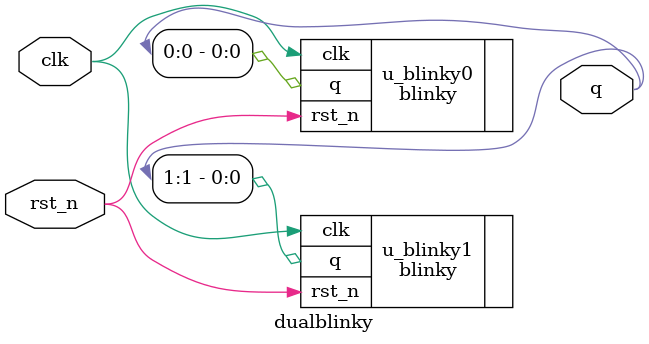
<source format=sv>

`include "macros.svh"

/**
 * Blink two outputs q[0] and q[1].
 *
 * q[1] will blink twice as fast q[0].
 */
module dualblinky
#(
  parameter clk_freq_hz = 1_000_000_000
) (
  input              clk,
  input              rst_n,
  output logic [1:0] q
);

  // Instantiate the blinky module twice.

  blinky #(
    .clk_freq_hz(clk_freq_hz)
  ) u_blinky0 (
    .clk,
    .rst_n,
    .q (q[0])
  );

  blinky #(
    .clk_freq_hz(clk_freq_hz / 2) // Blink LED 1 twice as fast as LED 0.
  ) u_blinky1 (
    .clk,
    .rst_n,
    .q (q[1])
  );

endmodule

</source>
